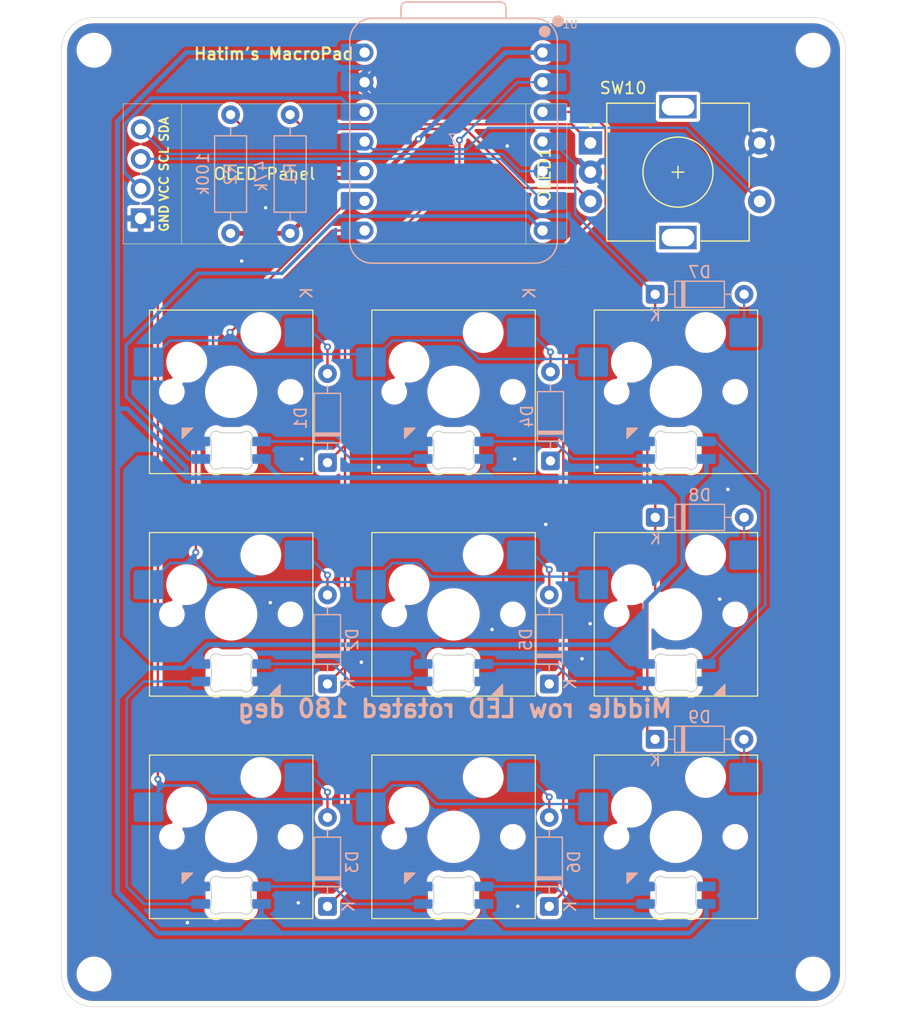
<source format=kicad_pcb>
(kicad_pcb (version 20241229) (generator "pcbnew") (generator_version "9.0")
  (layers (0 "F.Cu" signal) (2 "B.Cu" signal) (13 "F.Paste" user) (15 "B.Paste" user) (5 "F.SilkS" user "F.Silkscreen") (7 "B.SilkS" user "B.Silkscreen") (1 "F.Mask" user) (3 "B.Mask" user) (25 "Edge.Cuts" user))
  (net 0 "")
  (net 1 "C1")
  (net 2 "C2")
  (net 3 "C3")
  (net 4 "GND")
  (net 5 "+5V")
  (net 6 "Net-(OLED1-SCL)")
  (net 7 "Net-(D1-A)")
  (net 8 "R1")
  (net 9 "Net-(D2-A)")
  (net 10 "Net-(D3-A)")
  (net 11 "Net-(D4-A)")
  (net 12 "R2")
  (net 13 "Net-(D5-A)")
  (net 14 "Net-(D6-A)")
  (net 15 "Net-(D7-A)")
  (net 16 "R3")
  (net 17 "Net-(D8-A)")
  (net 18 "Net-(D9-A)")
  (net 19 "B")
  (net 20 "Net-(OLED1-SDA)")
  (net 21 "A")
  (net 22 "Net-(D10-DOUT)")
  (net 23 "LED")
  (net 24 "Net-(D11-DOUT)")
  (net 25 "Net-(D12-DOUT)")
  (net 26 "Net-(D13-DOUT)")
  (net 27 "Net-(D14-DOUT)")
  (net 28 "Net-(D15-DOUT)")
  (net 29 "Net-(D16-DOUT)")
  (net 30 "Net-(D17-DOUT)")
  (net 31 "+3V3")
  (net 32 "Net-(U1-GPIO3{slash}MOSI)")
  (net 33 "Net-(U1-GPIO26{slash}ADC0{slash}A0)")
  (footprint "MountingHole:MountingHole_2.5mm" (layer "F.Cu") (at 202.1 33.9)
    (property "Reference" "REF**" (hide yes))
    (property "Value" "MountingHole_2.5mm")
  )
  (footprint "miniled:MX_SK6812MINI-E_REV" (layer "F.Cu") (at 171.3 106.25)
    (property "Reference" "D17" (hide yes))
    (property "Value" "SK6812MINI")
    (fp_line (start -1.699999 0.702842) (end -1.699999 -0.702842) (stroke (width 0.1)) (layer "Edge.Cuts"))
    (fp_line (start -0.794452 -1.5) (end 0.794452 -1.5) (stroke (width 0.1)) (layer "Edge.Cuts"))
    (fp_line (start 0.794452 1.499999) (end -0.794453 1.499999) (stroke (width 0.1)) (layer "Edge.Cuts"))
    (fp_line (start 1.699999 -0.702842) (end 1.699999 0.702842) (stroke (width 0.1)) (layer "Edge.Cuts"))
    (fp_arc (start -1.749484 -0.91972) (mid -1.712527 -0.814068) (end -1.699999 -0.702842) (stroke (width 0.1)) (layer "Edge.Cuts"))
    (fp_arc (start -1.749484 -0.919719) (mid -1.638072 -1.504035) (end -1.046711 -1.568299) (stroke (width 0.1)) (layer "Edge.Cuts"))
    (fp_arc (start -1.699999 0.702843) (mid -1.712527 0.814068) (end -1.749484 0.91972) (stroke (width 0.1)) (layer "Edge.Cuts"))
    (fp_arc (start -1.046711 1.568298) (mid -1.638071 1.504034) (end -1.749484 0.91972) (stroke (width 0.1)) (layer "Edge.Cuts"))
    (fp_arc (start -1.046711 1.568298) (mid -0.925123 1.517376) (end -0.794453 1.499999) (stroke (width 0.1)) (layer "Edge.Cuts"))
    (fp_arc (start -0.794452 -1.5) (mid -0.925123 -1.517377) (end -1.046711 -1.568299) (stroke (width 0.1)) (layer "Edge.Cuts"))
    (fp_arc (start 0.794453 1.5) (mid 0.925123 1.517377) (end 1.046711 1.568299) (stroke (width 0.1)) (layer "Edge.Cuts"))
    (fp_arc (start 1.04671 -1.568299) (mid 0.925122 -1.517377) (end 0.794452 -1.5) (stroke (width 0.1)) (layer "Edge.Cuts"))
    (fp_arc (start 1.046711 -1.568297) (mid 1.63807 -1.504034) (end 1.749484 -0.91972) (stroke (width 0.1)) (layer "Edge.Cuts"))
    (fp_arc (start 1.699999 -0.702843) (mid 1.712527 -0.814068) (end 1.749484 -0.91972) (stroke (width 0.1)) (layer "Edge.Cuts"))
    (fp_arc (start 1.749484 0.91972) (mid 1.638071 1.504035) (end 1.046711 1.568299) (stroke (width 0.1)) (layer "Edge.Cuts"))
    (fp_arc (start 1.749484 0.91972) (mid 1.712527 0.814068) (end 1.699999 0.702842) (stroke (width 0.1)) (layer "Edge.Cuts"))
  )
  (footprint "miniled:MX_SK6812MINI-E_REV" (layer "F.Cu") (at 152.25 106.25)
    (property "Reference" "D16" (hide yes))
    (property "Value" "SK6812MINI")
    (fp_line (start -1.699999 0.702842) (end -1.699999 -0.702842) (stroke (width 0.1)) (layer "Edge.Cuts"))
    (fp_line (start -0.794452 -1.5) (end 0.794452 -1.5) (stroke (width 0.1)) (layer "Edge.Cuts"))
    (fp_line (start 0.794452 1.499999) (end -0.794453 1.499999) (stroke (width 0.1)) (layer "Edge.Cuts"))
    (fp_line (start 1.699999 -0.702842) (end 1.699999 0.702842) (stroke (width 0.1)) (layer "Edge.Cuts"))
    (fp_arc (start -1.749484 -0.91972) (mid -1.712527 -0.814068) (end -1.699999 -0.702842) (stroke (width 0.1)) (layer "Edge.Cuts"))
    (fp_arc (start -1.749484 -0.919719) (mid -1.638072 -1.504035) (end -1.046711 -1.568299) (stroke (width 0.1)) (layer "Edge.Cuts"))
    (fp_arc (start -1.699999 0.702843) (mid -1.712527 0.814068) (end -1.749484 0.91972) (stroke (width 0.1)) (layer "Edge.Cuts"))
    (fp_arc (start -1.046711 1.568298) (mid -1.638071 1.504034) (end -1.749484 0.91972) (stroke (width 0.1)) (layer "Edge.Cuts"))
    (fp_arc (start -1.046711 1.568298) (mid -0.925123 1.517376) (end -0.794453 1.499999) (stroke (width 0.1)) (layer "Edge.Cuts"))
    (fp_arc (start -0.794452 -1.5) (mid -0.925123 -1.517377) (end -1.046711 -1.568299) (stroke (width 0.1)) (layer "Edge.Cuts"))
    (fp_arc (start 0.794453 1.5) (mid 0.925123 1.517377) (end 1.046711 1.568299) (stroke (width 0.1)) (layer "Edge.Cuts"))
    (fp_arc (start 1.04671 -1.568299) (mid 0.925122 -1.517377) (end 0.794452 -1.5) (stroke (width 0.1)) (layer "Edge.Cuts"))
    (fp_arc (start 1.046711 -1.568297) (mid 1.63807 -1.504034) (end 1.749484 -0.91972) (stroke (width 0.1)) (layer "Edge.Cuts"))
    (fp_arc (start 1.699999 -0.702843) (mid 1.712527 -0.814068) (end 1.749484 -0.91972) (stroke (width 0.1)) (layer "Edge.Cuts"))
    (fp_arc (start 1.749484 0.91972) (mid 1.638071 1.504035) (end 1.046711 1.568299) (stroke (width 0.1)) (layer "Edge.Cuts"))
    (fp_arc (start 1.749484 0.91972) (mid 1.712527 0.814068) (end 1.699999 0.702842) (stroke (width 0.1)) (layer "Edge.Cuts"))
  )
  (footprint "miniled:MX_SK6812MINI-E_REV" (layer "F.Cu") (at 190.35 87.2 180)
    (property "Reference" "D13" (hide yes))
    (property "Value" "SK6812MINI")
    (fp_line (start 1.699999 -0.702842) (end 1.699999 0.702842) (stroke (width 0.1)) (layer "Edge.Cuts"))
    (fp_line (start 0.794452 1.499999) (end -0.794453 1.499999) (stroke (width 0.1)) (layer "Edge.Cuts"))
    (fp_line (start -0.794452 -1.5) (end 0.794452 -1.5) (stroke (width 0.1)) (layer "Edge.Cuts"))
    (fp_line (start -1.699999 0.702842) (end -1.699999 -0.702842) (stroke (width 0.1)) (layer "Edge.Cuts"))
    (fp_arc (start 1.749484 0.91972) (mid 1.712527 0.814068) (end 1.699999 0.702842) (stroke (width 0.1)) (layer "Edge.Cuts"))
    (fp_arc (start 1.749484 0.91972) (mid 1.638071 1.504035) (end 1.046711 1.568299) (stroke (width 0.1)) (layer "Edge.Cuts"))
    (fp_arc (start 1.699999 -0.702843) (mid 1.712527 -0.814068) (end 1.749484 -0.91972) (stroke (width 0.1)) (layer "Edge.Cuts"))
    (fp_arc (start 1.046711 -1.568297) (mid 1.63807 -1.504034) (end 1.749484 -0.91972) (stroke (width 0.1)) (layer "Edge.Cuts"))
    (fp_arc (start 1.04671 -1.568299) (mid 0.925122 -1.517377) (end 0.794452 -1.5) (stroke (width 0.1)) (layer "Edge.Cuts"))
    (fp_arc (start 0.794453 1.5) (mid 0.925123 1.517377) (end 1.046711 1.568299) (stroke (width 0.1)) (layer "Edge.Cuts"))
    (fp_arc (start -0.794452 -1.5) (mid -0.925123 -1.517377) (end -1.046711 -1.568299) (stroke (width 0.1)) (layer "Edge.Cuts"))
    (fp_arc (start -1.046711 1.568298) (mid -0.925123 1.517376) (end -0.794453 1.499999) (stroke (width 0.1)) (layer "Edge.Cuts"))
    (fp_arc (start -1.046711 1.568298) (mid -1.638071 1.504034) (end -1.749484 0.91972) (stroke (width 0.1)) (layer "Edge.Cuts"))
    (fp_arc (start -1.699999 0.702843) (mid -1.712527 0.814068) (end -1.749484 0.91972) (stroke (width 0.1)) (layer "Edge.Cuts"))
    (fp_arc (start -1.749484 -0.919719) (mid -1.638072 -1.504035) (end -1.046711 -1.568299) (stroke (width 0.1)) (layer "Edge.Cuts"))
    (fp_arc (start -1.749484 -0.91972) (mid -1.712527 -0.814068) (end -1.699999 -0.702842) (stroke (width 0.1)) (layer "Edge.Cuts"))
  )
  (footprint "miniled:MX_SK6812MINI-E_REV" (layer "F.Cu") (at 171.3 68.15)
    (property "Reference" "D11" (hide yes))
    (property "Value" "SK6812MINI")
    (fp_line (start -1.699999 0.702842) (end -1.699999 -0.702842) (stroke (width 0.1)) (layer "Edge.Cuts"))
    (fp_line (start -0.794452 -1.5) (end 0.794452 -1.5) (stroke (width 0.1)) (layer "Edge.Cuts"))
    (fp_line (start 0.794452 1.499999) (end -0.794453 1.499999) (stroke (width 0.1)) (layer "Edge.Cuts"))
    (fp_line (start 1.699999 -0.702842) (end 1.699999 0.702842) (stroke (width 0.1)) (layer "Edge.Cuts"))
    (fp_arc (start -1.749484 -0.91972) (mid -1.712527 -0.814068) (end -1.699999 -0.702842) (stroke (width 0.1)) (layer "Edge.Cuts"))
    (fp_arc (start -1.749484 -0.919719) (mid -1.638072 -1.504035) (end -1.046711 -1.568299) (stroke (width 0.1)) (layer "Edge.Cuts"))
    (fp_arc (start -1.699999 0.702843) (mid -1.712527 0.814068) (end -1.749484 0.91972) (stroke (width 0.1)) (layer "Edge.Cuts"))
    (fp_arc (start -1.046711 1.568298) (mid -1.638071 1.504034) (end -1.749484 0.91972) (stroke (width 0.1)) (layer "Edge.Cuts"))
    (fp_arc (start -1.046711 1.568298) (mid -0.925123 1.517376) (end -0.794453 1.499999) (stroke (width 0.1)) (layer "Edge.Cuts"))
    (fp_arc (start -0.794452 -1.5) (mid -0.925123 -1.517377) (end -1.046711 -1.568299) (stroke (width 0.1)) (layer "Edge.Cuts"))
    (fp_arc (start 0.794453 1.5) (mid 0.925123 1.517377) (end 1.046711 1.568299) (stroke (width 0.1)) (layer "Edge.Cuts"))
    (fp_arc (start 1.04671 -1.568299) (mid 0.925122 -1.517377) (end 0.794452 -1.5) (stroke (width 0.1)) (layer "Edge.Cuts"))
    (fp_arc (start 1.046711 -1.568297) (mid 1.63807 -1.504034) (end 1.749484 -0.91972) (stroke (width 0.1)) (layer "Edge.Cuts"))
    (fp_arc (start 1.699999 -0.702843) (mid 1.712527 -0.814068) (end 1.749484 -0.91972) (stroke (width 0.1)) (layer "Edge.Cuts"))
    (fp_arc (start 1.749484 0.91972) (mid 1.638071 1.504035) (end 1.046711 1.568299) (stroke (width 0.1)) (layer "Edge.Cuts"))
    (fp_arc (start 1.749484 0.91972) (mid 1.712527 0.814068) (end 1.699999 0.702842) (stroke (width 0.1)) (layer "Edge.Cuts"))
  )
  (footprint "miniled:MX_SK6812MINI-E_REV" (layer "F.Cu") (at 152.25 87.2 180)
    (property "Reference" "D15" (hide yes))
    (property "Value" "SK6812MINI")
    (fp_line (start 1.699999 -0.702842) (end 1.699999 0.702842) (stroke (width 0.1)) (layer "Edge.Cuts"))
    (fp_line (start 0.794452 1.499999) (end -0.794453 1.499999) (stroke (width 0.1)) (layer "Edge.Cuts"))
    (fp_line (start -0.794452 -1.5) (end 0.794452 -1.5) (stroke (width 0.1)) (layer "Edge.Cuts"))
    (fp_line (start -1.699999 0.702842) (end -1.699999 -0.702842) (stroke (width 0.1)) (layer "Edge.Cuts"))
    (fp_arc (start 1.749484 0.91972) (mid 1.712527 0.814068) (end 1.699999 0.702842) (stroke (width 0.1)) (layer "Edge.Cuts"))
    (fp_arc (start 1.749484 0.91972) (mid 1.638071 1.504035) (end 1.046711 1.568299) (stroke (width 0.1)) (layer "Edge.Cuts"))
    (fp_arc (start 1.699999 -0.702843) (mid 1.712527 -0.814068) (end 1.749484 -0.91972) (stroke (width 0.1)) (layer "Edge.Cuts"))
    (fp_arc (start 1.046711 -1.568297) (mid 1.63807 -1.504034) (end 1.749484 -0.91972) (stroke (width 0.1)) (layer "Edge.Cuts"))
    (fp_arc (start 1.04671 -1.568299) (mid 0.925122 -1.517377) (end 0.794452 -1.5) (stroke (width 0.1)) (layer "Edge.Cuts"))
    (fp_arc (start 0.794453 1.5) (mid 0.925123 1.517377) (end 1.046711 1.568299) (stroke (width 0.1)) (layer "Edge.Cuts"))
    (fp_arc (start -0.794452 -1.5) (mid -0.925123 -1.517377) (end -1.046711 -1.568299) (stroke (width 0.1)) (layer "Edge.Cuts"))
    (fp_arc (start -1.046711 1.568298) (mid -0.925123 1.517376) (end -0.794453 1.499999) (stroke (width 0.1)) (layer "Edge.Cuts"))
    (fp_arc (start -1.046711 1.568298) (mid -1.638071 1.504034) (end -1.749484 0.91972) (stroke (width 0.1)) (layer "Edge.Cuts"))
    (fp_arc (start -1.699999 0.702843) (mid -1.712527 0.814068) (end -1.749484 0.91972) (stroke (width 0.1)) (layer "Edge.Cuts"))
    (fp_arc (start -1.749484 -0.919719) (mid -1.638072 -1.504035) (end -1.046711 -1.568299) (stroke (width 0.1)) (layer "Edge.Cuts"))
    (fp_arc (start -1.749484 -0.91972) (mid -1.712527 -0.814068) (end -1.699999 -0.702842) (stroke (width 0.1)) (layer "Edge.Cuts"))
  )
  (footprint "miniled:MX_SK6812MINI-E_REV" (layer "F.Cu") (at 152.25 68.15)
    (property "Reference" "D10" (hide yes))
    (property "Value" "SK6812MINI")
    (fp_line (start -1.699999 0.702842) (end -1.699999 -0.702842) (stroke (width 0.1)) (layer "Edge.Cuts"))
    (fp_line (start -0.794452 -1.5) (end 0.794452 -1.5) (stroke (width 0.1)) (layer "Edge.Cuts"))
    (fp_line (start 0.794452 1.499999) (end -0.794453 1.499999) (stroke (width 0.1)) (layer "Edge.Cuts"))
    (fp_line (start 1.699999 -0.702842) (end 1.699999 0.702842) (stroke (width 0.1)) (layer "Edge.Cuts"))
    (fp_arc (start -1.749484 -0.91972) (mid -1.712527 -0.814068) (end -1.699999 -0.702842) (stroke (width 0.1)) (layer "Edge.Cuts"))
    (fp_arc (start -1.749484 -0.919719) (mid -1.638072 -1.504035) (end -1.046711 -1.568299) (stroke (width 0.1)) (layer "Edge.Cuts"))
    (fp_arc (start -1.699999 0.702843) (mid -1.712527 0.814068) (end -1.749484 0.91972) (stroke (width 0.1)) (layer "Edge.Cuts"))
    (fp_arc (start -1.046711 1.568298) (mid -1.638071 1.504034) (end -1.749484 0.91972) (stroke (width 0.1)) (layer "Edge.Cuts"))
    (fp_arc (start -1.046711 1.568298) (mid -0.925123 1.517376) (end -0.794453 1.499999) (stroke (width 0.1)) (layer "Edge.Cuts"))
    (fp_arc (start -0.794452 -1.5) (mid -0.925123 -1.517377) (end -1.046711 -1.568299) (stroke (width 0.1)) (layer "Edge.Cuts"))
    (fp_arc (start 0.794453 1.5) (mid 0.925123 1.517377) (end 1.046711 1.568299) (stroke (width 0.1)) (layer "Edge.Cuts"))
    (fp_arc (start 1.04671 -1.568299) (mid 0.925122 -1.517377) (end 0.794452 -1.5) (stroke (width 0.1)) (layer "Edge.Cuts"))
    (fp_arc (start 1.046711 -1.568297) (mid 1.63807 -1.504034) (end 1.749484 -0.91972) (stroke (width 0.1)) (layer "Edge.Cuts"))
    (fp_arc (start 1.699999 -0.702843) (mid 1.712527 -0.814068) (end 1.749484 -0.91972) (stroke (width 0.1)) (layer "Edge.Cuts"))
    (fp_arc (start 1.749484 0.91972) (mid 1.638071 1.504035) (end 1.046711 1.568299) (stroke (width 0.1)) (layer "Edge.Cuts"))
    (fp_arc (start 1.749484 0.91972) (mid 1.712527 0.814068) (end 1.699999 0.702842) (stroke (width 0.1)) (layer "Edge.Cuts"))
  )
  (footprint "MountingHole:MountingHole_2.5mm" (layer "F.Cu") (at 140.5 113)
    (property "Reference" "REF**" (hide yes))
    (property "Value" "MountingHole_2.5mm")
  )
  (footprint "MountingHole:MountingHole_2.5mm" (layer "F.Cu") (at 202.1 113)
    (property "Reference" "REF**" (hide yes))
    (property "Value" "MountingHole_2.5mm")
  )
  (footprint "miniled:MX_SK6812MINI-E_REV" (layer "F.Cu") (at 190.35 68.15)
    (property "Reference" "D12" (hide yes))
    (property "Value" "SK6812MINI")
    (fp_line (start -1.699999 0.702842) (end -1.699999 -0.702842) (stroke (width 0.1)) (layer "Edge.Cuts"))
    (fp_line (start -0.794452 -1.5) (end 0.794452 -1.5) (stroke (width 0.1)) (layer "Edge.Cuts"))
    (fp_line (start 0.794452 1.499999) (end -0.794453 1.499999) (stroke (width 0.1)) (layer "Edge.Cuts"))
    (fp_line (start 1.699999 -0.702842) (end 1.699999 0.702842) (stroke (width 0.1)) (layer "Edge.Cuts"))
    (fp_arc (start -1.749484 -0.91972) (mid -1.712527 -0.814068) (end -1.699999 -0.702842) (stroke (width 0.1)) (layer "Edge.Cuts"))
    (fp_arc (start -1.749484 -0.919719) (mid -1.638072 -1.504035) (end -1.046711 -1.568299) (stroke (width 0.1)) (layer "Edge.Cuts"))
    (fp_arc (start -1.699999 0.702843) (mid -1.712527 0.814068) (end -1.749484 0.91972) (stroke (width 0.1)) (layer "Edge.Cuts"))
    (fp_arc (start -1.046711 1.568298) (mid -1.638071 1.504034) (end -1.749484 0.91972) (stroke (width 0.1)) (layer "Edge.Cuts"))
    (fp_arc (start -1.046711 1.568298) (mid -0.925123 1.517376) (end -0.794453 1.499999) (stroke (width 0.1)) (layer "Edge.Cuts"))
    (fp_arc (start -0.794452 -1.5) (mid -0.925123 -1.517377) (end -1.046711 -1.568299) (stroke (width 0.1)) (layer "Edge.Cuts"))
    (fp_arc (start 0.794453 1.5) (mid 0.925123 1.517377) (end 1.046711 1.568299) (stroke (width 0.1)) (layer "Edge.Cuts"))
    (fp_arc (start 1.04671 -1.568299) (mid 0.925122 -1.517377) (end 0.794452 -1.5) (stroke (width 0.1)) (layer "Edge.Cuts"))
    (fp_arc (start 1.046711 -1.568297) (mid 1.63807 -1.504034) (end 1.749484 -0.91972) (stroke (width 0.1)) (layer "Edge.Cuts"))
    (fp_arc (start 1.699999 -0.702843) (mid 1.712527 -0.814068) (end 1.749484 -0.91972) (stroke (width 0.1)) (layer "Edge.Cuts"))
    (fp_arc (start 1.749484 0.91972) (mid 1.638071 1.504035) (end 1.046711 1.568299) (stroke (width 0.1)) (layer "Edge.Cuts"))
    (fp_arc (start 1.749484 0.91972) (mid 1.712527 0.814068) (end 1.699999 0.702842) (stroke (width 0.1)) (layer "Edge.Cuts"))
  )
  (footprint "Rotary_Encoder:RotaryEncoder_Alps_EC11E-Switch_Vertical_H20mm" (layer "F.Cu") (at 183.025 41.8375)
    (property "Reference" "SW10")
    (property "Value" "RotaryEncoder_Switch")
  )
  (footprint "MountingHole:MountingHole_2.5mm" (layer "F.Cu") (at 140.5 33.9)
    (property "Reference" "REF**" (hide yes))
    (property "Value" "MountingHole_2.5mm")
  )
  (footprint "miniled:MX_SK6812MINI-E_REV" (layer "F.Cu") (at 190.35 106.25)
    (property "Reference" "D18" (hide yes))
    (property "Value" "SK6812MINI")
    (fp_line (start -1.699999 0.702842) (end -1.699999 -0.702842) (stroke (width 0.1)) (layer "Edge.Cuts"))
    (fp_line (start -0.794452 -1.5) (end 0.794452 -1.5) (stroke (width 0.1)) (layer "Edge.Cuts"))
    (fp_line (start 0.794452 1.499999) (end -0.794453 1.499999) (stroke (width 0.1)) (layer "Edge.Cuts"))
    (fp_line (start 1.699999 -0.702842) (end 1.699999 0.702842) (stroke (width 0.1)) (layer "Edge.Cuts"))
    (fp_arc (start -1.749484 -0.91972) (mid -1.712527 -0.814068) (end -1.699999 -0.702842) (stroke (width 0.1)) (layer "Edge.Cuts"))
    (fp_arc (start -1.749484 -0.919719) (mid -1.638072 -1.504035) (end -1.046711 -1.568299) (stroke (width 0.1)) (layer "Edge.Cuts"))
    (fp_arc (start -1.699999 0.702843) (mid -1.712527 0.814068) (end -1.749484 0.91972) (stroke (width 0.1)) (layer "Edge.Cuts"))
    (fp_arc (start -1.046711 1.568298) (mid -1.638071 1.504034) (end -1.749484 0.91972) (stroke (width 0.1)) (layer "Edge.Cuts"))
    (fp_arc (start -1.046711 1.568298) (mid -0.925123 1.517376) (end -0.794453 1.499999) (stroke (width 0.1)) (layer "Edge.Cuts"))
    (fp_arc (start -0.794452 -1.5) (mid -0.925123 -1.517377) (end -1.046711 -1.568299) (stroke (width 0.1)) (layer "Edge.Cuts"))
    (fp_arc (start 0.794453 1.5) (mid 0.925123 1.517377) (end 1.046711 1.568299) (stroke (width 0.1)) (layer "Edge.Cuts"))
    (fp_arc (start 1.04671 -1.568299) (mid 0.925122 -1.517377) (end 0.794452 -1.5) (stroke (width 0.1)) (layer "Edge.Cuts"))
    (fp_arc (start 1.046711 -1.568297) (mid 1.63807 -1.504034) (end 1.749484 -0.91972) (stroke (width 0.1)) (layer "Edge.Cuts"))
    (fp_arc (start 1.699999 -0.702843) (mid 1.712527 -0.814068) (end 1.749484 -0.91972) (stroke (width 0.1)) (layer "Edge.Cuts"))
    (fp_arc (start 1.749484 0.91972) (mid 1.638071 1.504035) (end 1.046711 1.568299) (stroke (width 0.1)) (layer "Edge.Cuts"))
    (fp_arc (start 1.749484 0.91972) (mid 1.712527 0.814068) (end 1.699999 0.702842) (stroke (width 0.1)) (layer "Edge.Cuts"))
  )
  (footprint "OLED:SSD1306-0.91-OLED-4pin-128x32" (layer "F.Cu") (at 181 50.485 180)
    (property "Reference" "OLED1")
    (property "Value" "~")
  )
  (footprint "miniled:MX_SK6812MINI-E_REV" (layer "F.Cu") (at 171.3 87.2 180)
    (property "Reference" "D14" (hide yes))
    (property "Value" "SK6812MINI")
    (fp_line (start 1.699999 -0.702842) (end 1.699999 0.702842) (stroke (width 0.1)) (layer "Edge.Cuts"))
    (fp_line (start 0.794452 1.499999) (end -0.794453 1.499999) (stroke (width 0.1)) (layer "Edge.Cuts"))
    (fp_line (start -0.794452 -1.5) (end 0.794452 -1.5) (stroke (width 0.1)) (layer "Edge.Cuts"))
    (fp_line (start -1.699999 0.702842) (end -1.699999 -0.702842) (stroke (width 0.1)) (layer "Edge.Cuts"))
    (fp_arc (start 1.749484 0.91972) (mid 1.712527 0.814068) (end 1.699999 0.702842) (stroke (width 0.1)) (layer "Edge.Cuts"))
    (fp_arc (start 1.749484 0.91972) (mid 1.638071 1.504035) (end 1.046711 1.568299) (stroke (width 0.1)) (layer "Edge.Cuts"))
    (fp_arc (start 1.699999 -0.702843) (mid 1.712527 -0.814068) (end 1.749484 -0.91972) (stroke (width 0.1)) (layer "Edge.Cuts"))
    (fp_arc (start 1.046711 -1.568297) (mid 1.63807 -1.504034) (end 1.749484 -0.91972) (stroke (width 0.1)) (layer "Edge.Cuts"))
    (fp_arc (start 1.04671 -1.568299) (mid 0.925122 -1.517377) (end 0.794452 -1.5) (stroke (width 0.1)) (layer "Edge.Cuts"))
    (fp_arc (start 0.794453 1.5) (mid 0.925123 1.517377) (end 1.046711 1.568299) (stroke (width 0.1)) (layer "Edge.Cuts"))
    (fp_arc (start -0.794452 -1.5) (mid -0.925123 -1.517377) (end -1.046711 -1.568299) (stroke (width 0.1)) (layer "Edge.Cuts"))
    (fp_arc (start -1.046711 1.568298) (mid -0.925123 1.517376) (end -0.794453 1.499999) (stroke (width 0.1)) (layer "Edge.Cuts"))
    (fp_arc (start -1.046711 1.568298) (mid -1.638071 1.504034) (end -1.749484 0.91972) (stroke (width 0.1)) (layer "Edge.Cuts"))
    (fp_arc (start -1.699999 0.702843) (mid -1.712527 0.814068) (end -1.749484 0.91972) (stroke (width 0.1)) (layer "Edge.Cuts"))
    (fp_arc (start -1.749484 -0.919719) (mid -1.638072 -1.504035) (end -1.046711 -1.568299) (stroke (width 0.1)) (layer "Edge.Cuts"))
    (fp_arc (start -1.749484 -0.91972) (mid -1.712527 -0.814068) (end -1.699999 -0.702842) (stroke (width 0.1)) (layer "Edge.Cuts"))
  )
  (footprint "Diode_THT:D_DO-35_SOD27_P7.62mm_Horizontal" (layer "B.Cu") (at 160.5 88.16 90)
    (property "Reference" "D2")
    (property "Value" "1N4148")
  )
  (footprint "mx:MX-Hotswap-1U" (layer "B.Cu") (at 171.3 101.25 180)
    (property "Reference" "SW6")
    (property "Value" "SW_Push")
  )
  (footprint "Diode_THT:D_DO-35_SOD27_P7.62mm_Horizontal" (layer "B.Cu") (at 188.57 54.8)
    (property "Reference" "D7")
    (property "Value" "1N4148")
  )
  (footprint "Diode_THT:D_DO-35_SOD27_P7.62mm_Horizontal" (layer "B.Cu") (at 179.5 88.16 90)
    (property "Reference" "D5")
    (property "Value" "1N4148")
  )
  (footprint "Diode_THT:D_DO-35_SOD27_P7.62mm_Horizontal" (layer "B.Cu") (at 160.5 69.21 90)
    (property "Reference" "D1")
    (property "Value" "1N4148")
  )
  (footprint "mx:MX-Hotswap-1U" (layer "B.Cu") (at 190.35 101.25 180)
    (property "Reference" "SW9")
    (property "Value" "SW_Push")
  )
  (footprint "OPL:XIAO-RP2040-DIP" (layer "B.Cu") (at 171.3 41.71875 180)
    (property "Reference" "U1")
    (property "Value" "XIAO-RP2040-DIP")
  )
  (footprint "mx:MX-Hotswap-1U" (layer "B.Cu") (at 152.25 101.25 180)
    (property "Reference" "SW3")
    (property "Value" "SW_Push")
  )
  (footprint "mx:MX-Hotswap-1U" (layer "B.Cu") (at 190.35 63.15 180)
    (property "Reference" "SW7")
    (property "Value" "SW_Push")
  )
  (footprint "mx:MX-Hotswap-1U" (layer "B.Cu") (at 152.25 63.15 180)
    (property "Reference" "SW1")
    (property "Value" "SW_Push")
  )
  (footprint "Resistor_THT:R_Axial_DIN0207_L6.3mm_D2.5mm_P10.16mm_Horizontal" (layer "B.Cu") (at 152.2 49.58 90)
    (property "Reference" "R2")
    (property "Value" "100k")
  )
  (footprint "Diode_THT:D_DO-35_SOD27_P7.62mm_Horizontal" (layer "B.Cu") (at 188.56 92.9)
    (property "Reference" "D9")
    (property "Value" "1N4148")
  )
  (footprint "Resistor_THT:R_Axial_DIN0207_L6.3mm_D2.5mm_P10.16mm_Horizontal" (layer "B.Cu") (at 157.3 39.42 -90)
    (property "Reference" "R1")
    (property "Value" "47k")
  )
  (footprint "mx:MX-Hotswap-1U" (layer "B.Cu") (at 171.3 82.2 180)
    (property "Reference" "SW5")
    (property "Value" "SW_Push")
  )
  (footprint "Diode_THT:D_DO-35_SOD27_P7.62mm_Horizontal" (layer "B.Cu") (at 179.5 107.21 90)
    (property "Reference" "D6")
    (property "Value" "1N4148")
  )
  (footprint "Diode_THT:D_DO-35_SOD27_P7.62mm_Horizontal" (layer "B.Cu") (at 179.6 69.06 90)
    (property "Reference" "D4")
    (property "Value" "1N4148")
  )
  (footprint "mx:MX-Hotswap-1U" (layer "B.Cu") (at 152.25 82.2 180)
    (property "Reference" "SW2")
    (property "Value" "SW_Push")
  )
  (footprint "mx:MX-Hotswap-1U" (layer "B.Cu") (at 171.3 63.15 180)
    (property "Reference" "SW4")
    (property "Value" "SW_Push")
  )
  (footprint "Diode_THT:D_DO-35_SOD27_P7.62mm_Horizontal" (layer "B.Cu") (at 160.5 107.21 90)
    (property "Reference" "D3")
    (property "Value" "1N4148")
  )
  (footprint "mx:MX-Hotswap-1U" (layer "B.Cu") (at 190.35 82.2 180)
    (property "Reference" "SW8")
    (property "Value" "SW_Push")
  )
  (footprint "Diode_THT:D_DO-35_SOD27_P7.62mm_Horizontal" (layer "B.Cu") (at 188.58 73.9)
    (property "Reference" "D8")
    (property "Value" "1N4148")
  )
  (gr_rect (start 183.35 56.15) (end 197.35 70.15) (stroke (width 0.1)) (fill no) (layer "F.SilkS"))
  (gr_rect (start 164.3 75.2) (end 178.3 89.2) (stroke (width 0.1)) (fill no) (layer "F.SilkS"))
  (gr_rect (start 164.3 56.15) (end 178.3 70.15) (stroke (width 0.1)) (fill no) (layer "F.SilkS"))
  (gr_rect (start 183.35 75.2) (end 197.35 89.2) (stroke (width 0.1)) (fill no) (layer "F.SilkS"))
  (gr_rect (start 164.3 94.25) (end 178.3 108.25) (stroke (width 0.1)) (fill no) (layer "F.SilkS"))
  (gr_rect (start 183.35 94.25) (end 197.35 108.25) (stroke (width 0.1)) (fill no) (layer "F.SilkS"))
  (gr_rect (start 145.25 56.15) (end 159.25 70.15) (stroke (width 0.1)) (fill no) (layer "F.SilkS"))
  (gr_rect (start 145.25 94.25) (end 159.25 108.25) (stroke (width 0.1)) (fill no) (layer "F.SilkS"))
  (gr_rect (start 145.25 75.2) (end 159.25 89.2) (stroke (width 0.1)) (fill no) (layer "F.SilkS"))
  (gr_arc (start 137.7 33.85) (mid 138.505456 31.905456) (end 140.45 31.1) (stroke (width 0.05)) (layer "Edge.Cuts"))
  (gr_arc (start 202.15 31.1) (mid 204.094544 31.905456) (end 204.9 33.85) (stroke (width 0.05)) (layer "Edge.Cuts"))
  (gr_line (start 140.45 31.1) (end 202.15 31.1) (stroke (width 0.05)) (layer "Edge.Cuts"))
  (gr_line (start 204.9 33.85) (end 204.9 113.05) (stroke (width 0.05)) (layer "Edge.Cuts"))
  (gr_arc (start 140.45 115.8) (mid 138.505456 114.994544) (end 137.7 113.05) (stroke (width 0.05)) (layer "Edge.Cuts"))
  (gr_arc (start 204.9 113.05) (mid 204.094544 114.994544) (end 202.15 115.8) (stroke (width 0.05)) (layer "Edge.Cuts"))
  (gr_line (start 202.15 115.8) (end 140.45 115.8) (stroke (width 0.05)) (layer "Edge.Cuts"))
  (gr_line (start 137.7 113.05) (end 137.7 33.85) (stroke (width 0.05)) (layer "Edge.Cuts"))
  (gr_text "SDA" (at 146.5 40.675 90) (layer "F.SilkS") (effects (font (size 0.75 0.75))))
  (gr_text "VCC" (at 146.5 45.755 90) (layer "F.SilkS") (effects (font (size 0.75 0.75))))
  (gr_text "Hatim's MacroPad\n" (at 148.95 34.8 0) (layer "F.SilkS") (effects (font (size 1 1) (thickness 0.2) (bold yes)) (justify left bottom)))
  (gr_text "OLED Panel" (at 155.1 44.485 0) (layer "F.SilkS") (effects (font (size 1 1))))
  (gr_text "SCL" (at 146.5 43.215 90) (layer "F.SilkS") (effects (font (size 0.75 0.75))))
  (gr_text "GND" (at 146.5 48.295 90) (layer "F.SilkS") (effects (font (size 0.75 0.75))))
  (gr_text "Middle row LED rotated 180 deg" (at 190.175 91.15 0) (layer "B.SilkS") (effects (font (size 1.5 1.5) (thickness 0.3) (bold yes)) (justify left bottom mirror)))
  (gr_text "K" (at 177.8 54.69 90) (layer "B.SilkS") (effects (font (size 1 1)) (justify mirror)))
  (gr_text "K" (at 158.7 54.69 90) (layer "B.SilkS") (effects (font (size 1 1)) (justify mirror)))
  (gr_text "Z" (at 171.8 42.2 0) (layer "B.SilkS") (effects (font (size 1 1) (thickness 0.1)) (justify left bottom mirror)))
  (segment (start 162 86.66) (end 160.5 88.16) (width 0.2) (layer "F.Cu") (net 1))
  (segment (start 162 86.3) (end 162 67.8) (width 0.2) (layer "F.Cu") (net 1))
  (segment (start 162 86.3) (end 162 86.66) (width 0.2) (layer "F.Cu") (net 1))
  (segment (start 160.5 107.21) (end 162 105.71) (width 0.2) (layer "F.Cu") (net 1))
  (segment (start 162 54.1) (end 171.8 44.3) (width 0.2) (layer "F.Cu") (net 1))
  (segment (start 171.8 44.3) (end 171.8 41.6) (width 0.2) (layer "F.Cu") (net 1))
  (segment (start 161.91 67.8) (end 162 67.8) (width 0.2) (layer "F.Cu") (net 1))
  (segment (start 160.5 69.21) (end 161.91 67.8) (width 0.2) (layer "F.Cu") (net 1))
  (segment (start 162 67.8) (end 162 54.1) (width 0.2) (layer "F.Cu") (net 1))
  (segment (start 162 105.71) (end 162 86.3) (width 0.2) (layer "F.Cu") (net 1))
  (via (at 171.8 41.6) (size 0.6) (drill 0.3) (layers "F.Cu" "B.Cu") (net 1))
  (segment (start 171.8 41.6) (end 176.76125 36.63875) (width 0.2) (layer "B.Cu") (net 1))
  (segment (start 176.76125 36.63875) (end 178.92 36.63875) (width 0.2) (layer "B.Cu") (net 1))
  (segment (start 180.701 106.009) (end 180.701 86.5) (width 0.2) (layer "F.Cu") (net 2))
  (segment (start 179.5 107.21) (end 180.701 106.009) (width 0.2) (layer "F.Cu") (net 2))
  (segment (start 180.701 86.959) (end 179.5 88.16) (width 0.2) (layer "F.Cu") (net 2))
  (segment (start 182.96825 39.17875) (end 178.92 39.17875) (width 0.2) (layer "F.Cu") (net 2))
  (segment (start 180.701 67.5) (end 180.701 67.959) (width 0.2) (layer "F.Cu") (net 2))
  (segment (start 180.701 86.5) (end 180.701 86.959) (width 0.2) (layer "F.Cu") (net 2))
  (segment (start 180.701 67.5) (end 180.701 51.001392) (width 0.2) (layer "F.Cu") (net 2))
  (segment (start 184.326 47.376392) (end 184.326 40.5365) (width 0.2) (layer "F.Cu") (net 2))
  (segment (start 180.701 86.5) (end 180.701 67.5) (width 0.2) (layer "F.Cu") (net 2))
  (segment (start 180.701 67.959) (end 179.6 69.06) (width 0.2) (layer "F.Cu") (net 2))
  (segment (start 184.326 40.5365) (end 182.96825 39.17875) (width 0.2) (layer "F.Cu") (net 2))
  (segment (start 180.701 51.001392) (end 184.326 47.376392) (width 0.2) (layer "F.Cu") (net 2))
  (segment (start 187.9 71.65) (end 187.9 62.1) (width 0.2) (layer "F.Cu") (net 3))
  (segment (start 188.58 80.42) (end 188.58 73.9) (width 0.2) (layer "F.Cu") (net 3))
  (segment (start 187.9 81.1) (end 188.58 80.42) (width 0.2) (layer "F.Cu") (net 3))
  (segment (start 187.9 92.24) (end 187.9 81.1) (width 0.2) (layer "F.Cu") (net 3))
  (segment (start 188.56 92.9) (end 187.9 92.24) (width 0.2) (layer "F.Cu") (net 3))
  (segment (start 188.58 73.9) (end 188.58 72.33) (width 0.2) (layer "F.Cu") (net 3))
  (segment (start 188.58 72.33) (end 187.9 71.65) (width 0.2) (layer "F.Cu") (net 3))
  (segment (start 187.9 62.1) (end 188.57 61.43) (width 0.2) (layer "F.Cu") (net 3))
  (segment (start 188.57 61.43) (end 188.57 54.8) (width 0.2) (layer "F.Cu") (net 3))
  (segment (start 181.724 47.954) (end 181.724 43.68775) (width 0.2) (layer "B.Cu") (net 3))
  (segment (start 188.57 54.8) (end 181.724 47.954) (width 0.2) (layer "B.Cu") (net 3))
  (segment (start 181.724 43.68775) (end 179.755 41.71875) (width 0.2) (layer "B.Cu") (net 3))
  (via (at 183.6 69.6) (size 0.6) (drill 0.3) (layers "F.Cu" "B.Cu") (net 4))
  (via (at 155.199825 47.391352) (size 0.6) (drill 0.3) (layers "F.Cu" "B.Cu") (net 4))
  (via (at 158 106.9) (size 0.6) (drill 0.3) (layers "F.Cu" "B.Cu") (net 4))
  (via (at 194.1 80.9) (size 0.6) (drill 0.3) (layers "F.Cu" "B.Cu") (net 4))
  (via (at 153.15 51.95) (size 0.6) (drill 0.3) (layers "F.Cu" "B.Cu") (net 4))
  (via (at 158.3 68.9) (size 0.6) (drill 0.3) (layers "F.Cu" "B.Cu") (net 4))
  (via (at 179.2 74.5) (size 0.6) (drill 0.3) (layers "F.Cu" "B.Cu") (net 4))
  (via (at 175.9 42.1) (size 0.6) (drill 0.3) (layers "F.Cu" "B.Cu") (net 4))
  (via (at 176.536111 68.901834) (size 0.6) (drill 0.3) (layers "F.Cu" "B.Cu") (net 4))
  (via (at 176.8 107.2) (size 0.6) (drill 0.3) (layers "F.Cu" "B.Cu") (net 4))
  (via (at 164.9 69.6) (size 0.6) (drill 0.3) (layers "F.Cu" "B.Cu") (net 4))
  (via (at 183 83) (size 0.6) (drill 0.3) (layers "F.Cu" "B.Cu") (net 4))
  (via (at 174.6 83.5) (size 0.6) (drill 0.3) (layers "F.Cu" "B.Cu") (net 4))
  (via (at 155.6 81.2) (size 0.6) (drill 0.3) (layers "F.Cu" "B.Cu") (net 4))
  (via (at 163.4 86.3) (size 0.6) (drill 0.3) (layers "F.Cu" "B.Cu") (net 4))
  (via (at 148.5 108.6) (size 0.6) (drill 0.3) (layers "F.Cu" "B.Cu") (net 4))
  (via (at 194.8 71.5) (size 0.6) (drill 0.3) (layers "F.Cu" "B.Cu") (net 4))
  (via (at 182.3 86) (size 0.6) (drill 0.3) (layers "F.Cu" "B.Cu") (net 4))
  (segment (start 142.5 89.4) (end 142.5 84.2) (width 0.4) (layer "B.Cu") (net 5))
  (segment (start 150.2 84.8) (end 149.65 85.35) (width 0.4) (layer "B.Cu") (net 5))
  (segment (start 165.65 84.8) (end 150.2 84.8) (width 0.4) (layer "B.Cu") (net 5))
  (segment (start 142.5 69.6) (end 142.5 84.2) (width 0.4) (layer "B.Cu") (net 5))
  (segment (start 142.5 64.6) (end 142.5 69.6) (width 0.4) (layer "B.Cu") (net 5))
  (segment (start 148.4 70.5) (end 146 68.1) (width 0.4) (layer "B.Cu") (net 5))
  (segment (start 189.378 70.5) (end 192.5 70.5) (width 0.4) (layer "B.Cu") (net 5))
  (segment (start 142.5 40) (end 142.5 64.6) (width 0.4) (layer "B.Cu") (net 5))
  (segment (start 173.9 69.8) (end 173.2 70.5) (width 0.4) (layer "B.Cu") (net 5))
  (segment (start 168.7 85.475) (end 169.375 84.8) (width 0.4) (layer "B.Cu") (net 5))
  (segment (start 148.2 86.8) (end 148.55 86.45) (width 0.4) (layer "B.Cu") (net 5))
  (segment (start 174.6 70.5) (end 176.35 70.5) (width 0.4) (layer "B.Cu") (net 5))
  (segment (start 187.75 81.8) (end 187.75 81.209131) (width 0.4) (layer "B.Cu") (net 5))
  (segment (start 156.5 109.5) (end 156.6 109.5) (width 0.4) (layer "B.Cu") (net 5))
  (segment (start 154 109.5) (end 157.35 109.5) (width 0.4) (layer "B.Cu") (net 5))
  (segment (start 192.5 70.5) (end 192.95 70.05) (width 0.4) (layer "B.Cu") (net 5))
  (segment (start 176.1 109.5) (end 191.5 109.5) (width 0.4) (layer "B.Cu") (net 5))
  (segment (start 157.35 109.5) (end 171.6 109.5) (width 0.4) (layer "B.Cu") (net 5))
  (segment (start 154.85 107.85) (end 154.85 107) (width 0.4) (layer "B.Cu") (net 5))
  (segment (start 173.9 69.8) (end 174.6 70.5) (width 0.4) (layer "B.Cu") (net 5))
  (segment (start 173.2 70.5) (end 173 70.5) (width 0.4) (layer "B.Cu") (net 5))
  (segment (start 156.45 70.5) (end 154.85 68.9) (width 0.4) (layer "B.Cu") (net 5))
  (segment (start 191.5 109.5) (end 192.95 108.05) (width 0.4) (layer "B.Cu") (net 5))
  (segment (start 192.95 108.05) (end 192.95 107) (width 0.4) (layer "B.Cu") (net 5))
  (segment (start 145.1 86.8) (end 142.5 89.4) (width 0.4) (layer "B.Cu") (net 5))
  (segment (start 153 109.5) (end 154 109.5) (width 0.4) (layer "B.Cu") (net 5))
  (segment (start 168.7 86.45) (end 168.7 85.475) (width 0.4) (layer "B.Cu") (net 5))
  (segment (start 187.75 83.5) (end 187.75 86.45) (width 0.4) (layer "B.Cu") (net 5))
  (segment (start 171.6 109.5) (end 172.9 109.5) (width 0.4) (layer "B.Cu") (net 5))
  (segment (start 148.55 86.45) (end 149.65 85.35) (width 0.4) (layer "B.Cu") (net 5))
  (segment (start 153.2 109.5) (end 153 109.5) (width 0.4) (layer "B.Cu") (net 5))
  (segment (start 165.65 84.8) (end 168.025 84.8) (width 0.4) (layer "B.Cu") (net 5))
  (segment (start 142.5 106) (end 146 109.5) (width 0.4) (layer "B.Cu") (net 5))
  (segment (start 190.939 72.061) (end 189.378 70.5) (width 0.4) (layer "B.Cu") (net 5))
  (segment (start 149.6 70.5) (end 148.4 70.5) (width 0.4) (layer "B.Cu") (net 5))
  (segment (start 148.40125 34.09875) (end 142.5 40) (width 0.4) (layer "B.Cu") (net 5))
  (segment (start 169.375 84.8) (end 165.65 84.8) (width 0.4) (layer "B.Cu") (net 5))
  (segment (start 144 68.1) (end 142.5 69.6) (width 0.4) (layer "B.Cu") (net 5))
  (segment (start 175.5 70.5) (end 173.2 70.5) (width 0.4) (layer "B.Cu") (net 5))
  (segment (start 184.75 84.8) (end 186.4 86.45) (width 0.4) (layer "B.Cu") (net 5))
  (segment (start 171.6 109.5) (end 172.3 109.5) (width 0.4) (layer "B.Cu") (net 5))
  (segment (start 148.55 86.45) (end 149.65 86.45) (width 0.4) (layer "B.Cu") (net 5))
  (segment (start 154.85 107.85) (end 153.2 109.5) (width 0.4) (layer "B.Cu") (net 5))
  (segment (start 190.939 78.020131) (end 190.939 72.061) (width 0.4) (layer "B.Cu") (net 5))
  (segment (start 185.4 70.5) (end 189.378 70.5) (width 0.4) (layer "B.Cu") (net 5))
  (segment (start 172.9 109.5) (end 176.1 109.5) (width 0.4) (layer "B.Cu") (net 5))
  (segment (start 190.939 72.061) (end 192.5 70.5) (width 0.4) (layer "B.Cu") (net 5))
  (segment (start 176.35 70.5) (end 175.5 70.5) (width 0.4) (layer "B.Cu") (net 5))
  (segment (start 173.9 107.9) (end 173.9 107) (width 0.4) (layer "B.Cu") (net 5))
  (segment (start 146 109.5) (end 153 109.5) (width 0.4) (layer "B.Cu") (net 5))
  (segment (start 176.1 109.5) (end 175.5 109.5) (width 0.4) (layer "B.Cu") (net 5))
  (segment (start 184.75 84.8) (end 169.375 84.8) (width 0.4) (layer "B.Cu") (net 5))
  (segment (start 146 68.1) (end 144 68.1) (width 0.4) (layer "B.Cu") (net 5))
  (segment (start 143.35 64.6) (end 142.5 64.6) (width 0.4) (layer "B.Cu") (net 5))
  (segment (start 187.75 81.8) (end 184.75 84.8) (width 0.4) (layer "B.Cu") (net 5))
  (segment (start 187.75 81.209131) (end 190.939 78.020131) (width 0.4) (layer "B.Cu") (net 5))
  (segment (start 173.9 68.9) (end 173.9 69.8) (width 0.4) (layer "B.Cu") (net 5))
  (segment (start 156.45 70.5) (end 148.4 70.5) (width 0.4) (layer "B.Cu") (net 5))
  (segment (start 148.4 69.65) (end 143.35 64.6) (width 0.4) (layer "B.Cu") (net 5))
  (segment (start 145.1 86.8) (end 148.2 86.8) (width 0.4) (layer "B.Cu") (net 5))
  (segment (start 186.4 86.45) (end 187.75 86.45) (width 0.4) (layer "B.Cu") (net 5))
  (segment (start 175.5 109.5) (end 173.9 107.9) (width 0.4) (layer "B.Cu") (net 5))
  (segment (start 168.025 84.8) (end 168.7 85.475) (width 0.4) (layer "B.Cu") (net 5))
  (segment (start 154.85 107.85) (end 156.5 109.5) (width 0.4) (layer "B.Cu") (net 5))
  (segment (start 142.5 89.4) (end 142.5 106) (width 0.4) (layer "B.Cu") (net 5))
  (segment (start 173 70.5) (end 156.45 70.5) (width 0.4) (layer "B.Cu") (net 5))
  (segment (start 149.65 86.45) (end 149.65 85.35) (width 0.4) (layer "B.Cu") (net 5))
  (segment (start 192.95 70.05) (end 192.95 68.9) (width 0.4) (layer "B.Cu") (net 5))
  (segment (start 187.75 81.8) (end 187.75 83.5) (width 0.4) (layer "B.Cu") (net 5))
  (segment (start 163.68 34.09875) (end 148.40125 34.09875) (width 0.4) (layer "B.Cu") (net 5))
  (segment (start 185.4 70.5) (end 176.35 70.5) (width 0.4) (layer "B.Cu") (net 5))
  (segment (start 148.4 70.5) (end 148.4 69.65) (width 0.4) (layer "B.Cu") (net 5))
  (segment (start 142.5 84.2) (end 145.1 86.8) (width 0.4) (layer "B.Cu") (net 5))
  (segment (start 172.3 109.5) (end 173.9 107.9) (width 0.4) (layer "B.Cu") (net 5))
  (segment (start 144.5 43.215) (end 144.51925 43.19575) (width 0.2) (layer "B.Cu") (net 6))
  (segment (start 175.317 43.19575) (end 178.92 46.79875) (width 0.2) (layer "B.Cu") (net 6))
  (segment (start 144.51925 43.19575) (end 175.317 43.19575) (width 0.2) (layer "B.Cu") (net 6))
  (segment (start 160.5 61.59) (end 160.5 59.3) (width 0.2) (layer "F.Cu") (net 7))
  (via (at 160.5 59.3) (size 0.6) (drill 0.3) (layers "F.Cu" "B.Cu") (net 7))
  (segment (start 159.27 58.07) (end 158.092 58.07) (width 0.2) (layer "B.Cu") (net 7))
  (segment (start 160.5 59.3) (end 160.5 59.2) (width 0.2) (layer "B.Cu") (net 7))
  (segment (start 160.5 59.3) (end 159.27 58.07) (width 0.2) (layer "B.Cu") (net 7))
  (segment (start 152.241791 58) (end 152.858984 57.382807) (width 0.2) (layer "F.Cu") (net 8))
  (segment (start 152.859484 57.382807) (end 160.903541 49.33875) (width 0.2) (layer "F.Cu") (net 8))
  (segment (start 152.858984 57.382807) (end 152.859484 57.382807) (width 0.2) (layer "F.Cu") (net 8))
  (segment (start 160.903541 49.33875) (end 163.68 49.33875) (width 0.2) (layer "F.Cu") (net 8))
  (segment (start 152.2 58) (end 152.241791 58) (width 0.2) (layer "F.Cu") (net 8))
  (segment (start 152.15 58.05) (end 152.2 58) (width 0.2) (layer "F.Cu") (net 8))
  (via (at 152.15 58.05) (size 0.6) (drill 0.3) (layers "F.Cu" "B.Cu") (net 8))
  (segment (start 164.215 60.61) (end 166.066 58.759) (width 0.2) (layer "B.Cu") (net 8))
  (segment (start 154.023291 59.921) (end 163.526 59.921) (width 0.2) (layer "B.Cu") (net 8))
  (segment (start 145.165 60.61) (end 147.016 58.759) (width 0.2) (layer "B.Cu") (net 8))
  (segment (start 147.016 58.759) (end 151.441 58.759) (width 0.2) (layer "B.Cu") (net 8))
  (segment (start 152.859 58.759) (end 152.861291 58.759) (width 0.2) (layer "B.Cu") (net 8))
  (segment (start 182.994 60.339) (end 183.265 60.61) (width 0.2) (layer "B.Cu") (net 8))
  (segment (start 152.861291 58.759) (end 154.023291 59.921) (width 0.2) (layer "B.Cu") (net 8))
  (segment (start 173.491291 60.339) (end 182.994 60.339) (width 0.2) (layer "B.Cu") (net 8))
  (segment (start 151.441 58.759) (end 152.861291 58.759) (width 0.2) (layer "B.Cu") (net 8))
  (segment (start 152.15 58.05) (end 152.859 58.759) (width 0.2) (layer "B.Cu") (net 8))
  (segment (start 171.911291 58.759) (end 173.491291 60.339) (width 0.2) (layer "B.Cu") (net 8))
  (segment (start 152.15 58.05) (end 151.441 58.759) (width 0.2) (layer "B.Cu") (net 8))
  (segment (start 166.066 58.759) (end 171.911291 58.759) (width 0.2) (layer "B.Cu") (net 8))
  (segment (start 163.526 59.921) (end 164.215 60.61) (width 0.2) (layer "B.Cu") (net 8))
  (segment (start 154.79 77.12) (end 154.98 77.12) (width 0.2) (layer "F.Cu") (net 9))
  (segment (start 160.5 80.54) (end 160.5 78.839) (width 0.2) (layer "F.Cu") (net 9))
  (via (at 160.5 78.839) (size 0.6) (drill 0.3) (layers "F.Cu" "B.Cu") (net 9))
  (segment (start 158.781 77.12) (end 158.092 77.12) (width 0.2) (layer "B.Cu") (net 9))
  (segment (start 160.5 78.839) (end 158.781 77.12) (width 0.2) (layer "B.Cu") (net 9))
  (segment (start 160.5 99.59) (end 160.5 97.421) (width 0.2) (layer "F.Cu") (net 10))
  (via (at 160.5 97.421) (size 0.6) (drill 0.3) (layers "F.Cu" "B.Cu") (net 10))
  (segment (start 160.5 97.421) (end 159.249 96.17) (width 0.2) (layer "B.Cu") (net 10))
  (segment (start 159.249 96.17) (end 158.092 96.17) (width 0.2) (layer "B.Cu") (net 10))
  (segment (start 179.6 61.44) (end 179.6 59.739) (width 0.2) (layer "F.Cu") (net 11))
  (via (at 179.6 59.739) (size 0.6) (drill 0.3) (layers "F.Cu" "B.Cu") (net 11))
  (segment (start 177.931 58.07) (end 177.142 58.07) (width 0.2) (layer "B.Cu") (net 11))
  (segment (start 179.6 59.739) (end 177.931 58.07) (width 0.2) (layer "B.Cu") (net 11))
  (segment (start 162.25125 46.79875) (end 163.68 46.79875) (width 0.2) (layer "F.Cu") (net 12))
  (segment (start 149.224501 76.9) (end 149.224501 62.443208) (width 0.2) (layer "F.Cu") (net 12))
  (segment (start 150.7 58.35) (end 162.25125 46.79875) (width 0.2) (layer "F.Cu") (net 12))
  (segment (start 149.224501 62.443208) (end 150.7 60.967709) (width 0.2) (layer "F.Cu") (net 12))
  (segment (start 150.7 60.967709) (end 150.7 58.35) (width 0.2) (layer "F.Cu") (net 12))
  (via (at 149.224501 76.9) (size 0.6) (drill 0.3) (layers "F.Cu" "B.Cu") (net 12))
  (segment (start 169.418709 78.971) (end 168.256709 77.809) (width 0.2) (layer "B.Cu") (net 12))
  (segment (start 163.994 79.439) (end 150.836709 79.439) (width 0.2) (layer "B.Cu") (net 12))
  (segment (start 147.016 77.809) (end 145.165 79.66) (width 0.2) (layer "B.Cu") (net 12))
  (segment (start 150.836709 79.439) (end 149.206709 77.809) (width 0.2) (layer "B.Cu") (net 12))
  (segment (start 149.224501 76.9) (end 149.209 76.9) (width 0.2) (layer "B.Cu") (net 12))
  (segment (start 182.576 78.971) (end 169.418709 78.971) (width 0.2) (layer "B.Cu") (net 12))
  (segment (start 149.206709 77.809) (end 148.3 77.809) (width 0.2) (layer "B.Cu") (net 12))
  (segment (start 149.206709 77.809) (end 149.206709 76.917792) (width 0.2) (layer "B.Cu") (net 12))
  (segment (start 164.215 79.66) (end 163.994 79.439) (width 0.2) (layer "B.Cu") (net 12))
  (segment (start 149.206709 76.917792) (end 149.224501 76.9) (width 0.2) (layer "B.Cu") (net 12))
  (segment (start 149.209 76.9) (end 148.3 77.809) (width 0.2) (layer "B.Cu") (net 12))
  (segment (start 183.265 79.66) (end 182.576 78.971) (width 0.2) (layer "B.Cu") (net 12))
  (segment (start 148.3 77.809) (end 147.016 77.809) (width 0.2) (layer "B.Cu") (net 12))
  (segment (start 166.066 77.809) (end 164.215 79.66) (width 0.2) (layer "B.Cu") (net 12))
  (segment (start 168.256709 77.809) (end 166.066 77.809) (width 0.2) (layer "B.Cu") (net 12))
  (segment (start 179.5 80.54) (end 179.5 78.371) (width 0.2) (layer "F.Cu") (net 13))
  (via (at 179.5 78.371) (size 0.6) (drill 0.3) (layers "F.Cu" "B.Cu") (net 13))
  (segment (start 179.5 78.371) (end 178.249 77.12) (width 0.2) (layer "B.Cu") (net 13))
  (segment (start 178.249 77.12) (end 177.142 77.12) (width 0.2) (layer "B.Cu") (net 13))
  (segment (start 179.5 99.59) (end 179.5 97.839) (width 0.2) (layer "F.Cu") (net 14))
  (via (at 179.5 97.839) (size 0.6) (drill 0.3) (layers "F.Cu" "B.Cu") (net 14))
  (segment (start 179.5 97.839) (end 177.831 96.17) (width 0.2) (layer "B.Cu") (net 14))
  (segment (start 177.831 96.17) (end 177.142 96.17) (width 0.2) (layer "B.Cu") (net 14))
  (segment (start 196.192 54.802) (end 196.19 54.8) (width 0.2) (layer "B.Cu") (net 15))
  (segment (start 196.192 58.07) (end 196.192 54.802) (width 0.2) (layer "B.Cu") (net 15))
  (segment (start 145.9681 53.77235) (end 155.4817 44.25875) (width 0.2) (layer "F.Cu") (net 16))
  (segment (start 155.4817 44.25875) (end 163.68 44.25875) (width 0.2) (layer "F.Cu") (net 16))
  (segment (start 145.9681 96.3161) (end 145.9681 53.77235) (width 0.2) (layer "F.Cu") (net 16))
  (via (at 145.9681 96.3161) (size 0.6) (drill 0.3) (layers "F.Cu" "B.Cu") (net 16))
  (segment (start 182.994 98.439) (end 169.836709 98.439) (width 0.2) (layer "B.Cu") (net 16))
  (segment (start 168.256709 96.859) (end 166.066 96.859) (width 0.2) (layer "B.Cu") (net 16))
  (segment (start 145.9681 96.3161) (end 146.511 96.859) (width 0.2) (layer "B.Cu") (net 16))
  (segment (start 169.836709 98.439) (end 168.256709 96.859) (width 0.2) (layer "B.Cu") (net 16))
  (segment (start 146.511 96.859) (end 149.206709 96.859) (width 0.2) (layer "B.Cu") (net 16))
  (segment (start 183.265 98.71) (end 182.994 98.439) (width 0.2) (layer "B.Cu") (net 16))
  (segment (start 163.526 98.021) (end 164.215 98.71) (width 0.2) (layer "B.Cu") (net 16))
  (segment (start 150.368709 98.021) (end 163.526 98.021) (width 0.2) (layer "B.Cu") (net 16))
  (segment (start 145.9681 96.3161) (end 145.9681 97.4019) (width 0.2) (layer "B.Cu") (net 16))
  (segment (start 166.066 96.859) (end 164.215 98.71) (width 0.2) (layer "B.Cu") (net 16))
  (segment (start 145.165 98.205) (end 145.165 98.71) (width 0.2) (layer "B.Cu") (net 16))
  (segment (start 145.9681 97.4019) (end 145.165 98.205) (width 0.2) (layer "B.Cu") (net 16))
  (segment (start 149.206709 96.859) (end 150.368709 98.021) (width 0.2) (layer "B.Cu") (net 16))
  (segment (start 146.511 96.859) (end 145.9681 97.4019) (width 0.2) (layer "B.Cu") (net 16))
  (segment (start 196.192 73.908) (end 196.2 73.9) (width 0.2) (layer "B.Cu") (net 17))
  (segment (start 196.192 77.12) (end 196.192 73.908) (width 0.2) (layer "B.Cu") (net 17))
  (segment (start 196.192 96.17) (end 196.18 96.17) (width 0.2) (layer "B.Cu") (net 18))
  (segment (start 196.192 96.17) (end 196.192 92.912) (width 0.2) (layer "B.Cu") (net 18))
  (segment (start 196.192 92.912) (end 196.18 92.9) (width 0.2) (layer "B.Cu") (net 18))
  (segment (start 153.42275 40.64275) (end 172.34275 40.64275) (width 0.2) (layer "F.Cu") (net 19))
  (segment (start 177.4 45.7) (end 181.8875 45.7) (width 0.2) (layer "F.Cu") (net 19))
  (segment (start 181.8875 45.7) (end 183.025 46.8375) (width 0.2) (layer "F.Cu") (net 19))
  (segment (start 152.2 39.42) (end 153.42275 40.64275) (width 0.2) (layer "F.Cu") (net 19))
  (segment (start 172.34275 40.64275) (end 177.4 45.7) (width 0.2) (layer "F.Cu") (net 19))
  (segment (start 175.48175 42.78175) (end 176.95875 44.25875) (width 0.2) (layer "B.Cu") (net 20))
  (segment (start 144.5 40.675) (end 146.60675 42.78175) (width 0.2) (layer "B.Cu") (net 20))
  (segment (start 176.95875 44.25875) (end 178.92 44.25875) (width 0.2) (layer "B.Cu") (net 20))
  (segment (start 146.60675 42.78175) (end 175.48175 42.78175) (width 0.2) (layer "B.Cu") (net 20))
  (segment (start 158.12175 40.24175) (end 181.42925 40.24175) (width 0.2) (layer "F.Cu") (net 21))
  (segment (start 157.3 39.42) (end 158.12175 40.24175) (width 0.2) (layer "F.Cu") (net 21))
  (segment (start 181.42925 40.24175) (end 183.025 41.8375) (width 0.2) (layer "F.Cu") (net 21))
  (segment (start 162.5 68.9) (end 168.7 68.9) (width 0.2) (layer "B.Cu") (net 22))
  (segment (start 161 67.4) (end 162.5 68.9) (width 0.2) (layer "B.Cu") (net 22))
  (segment (start 154.85 67.4) (end 161 67.4) (width 0.2) (layer "B.Cu") (net 22))
  (segment (start 178.92 49.33875) (end 180.52375 49.33875) (width 0.3) (layer "B.Cu") (net 23))
  (segment (start 148.6 68.9) (end 143.257303 63.557303) (width 0.3) (layer "B.Cu") (net 23))
  (segment (start 149.40625 53) (end 156.6 53) (width 0.3) (layer "B.Cu") (net 23))
  (segment (start 149.65 68.9) (end 148.6 68.9) (width 0.3) (layer "B.Cu") (net 23))
  (segment (start 156.6 53) (end 161.5 48.1) (width 0.3) (layer "B.Cu") (net 23))
  (segment (start 177.68125 48.1) (end 178.92 49.33875) (width 0.3) (layer "B.Cu") (net 23))
  (segment (start 161.5 48.1) (end 177.68125 48.1) (width 0.3) (layer "B.Cu") (net 23))
  (segment (start 143.257303 59.148947) (end 149.40625 53) (width 0.3) (layer "B.Cu") (net 23))
  (segment (start 179.81625 49.4) (end 179.755 49.33875) (width 0.3) (layer "B.Cu") (net 23))
  (segment (start 143.257303 63.557303) (end 143.257303 59.148947) (width 0.3) (layer "B.Cu") (net 23))
  (segment (start 180 67.4) (end 181.5 68.9) (width 0.2) (layer "B.Cu") (net 24))
  (segment (start 173.9 67.4) (end 180 67.4) (width 0.2) (layer "B.Cu") (net 24))
  (segment (start 181.5 68.9) (end 187.75 68.9) (width 0.2) (layer "B.Cu") (net 24))
  (segment (start 198 81.4) (end 192.95 86.45) (width 0.2) (layer "B.Cu") (net 25))
  (segment (start 198 71.65) (end 198 81.4) (width 0.2) (layer "B.Cu") (net 25))
  (segment (start 192.95 67.4) (end 193.75 67.4) (width 0.2) (layer "B.Cu") (net 25))
  (segment (start 193.75 67.4) (end 198 71.65) (width 0.2) (layer "B.Cu") (net 25))
  (segment (start 180.05 86.45) (end 173.9 86.45) (width 0.2) (layer "B.Cu") (net 26))
  (segment (start 181.55 87.95) (end 180.05 86.45) (width 0.2) (layer "B.Cu") (net 26))
  (segment (start 187.75 87.95) (end 181.55 87.95) (width 0.2) (layer "B.Cu") (net 26))
  (segment (start 160.95 86.45) (end 154.85 86.45) (width 0.2) (layer "B.Cu") (net 27))
  (segment (start 168.7 87.95) (end 162.45 87.95) (width 0.2) (layer "B.Cu") (net 27))
  (segment (start 162.45 87.95) (end 160.95 86.45) (width 0.2) (layer "B.Cu") (net 27))
  (segment (start 144.75 87.95) (end 143.3 89.4) (width 0.2) (layer "B.Cu") (net 28))
  (segment (start 143.3 105.5) (end 144.8 107) (width 0.2) (layer "B.Cu") (net 28))
  (segment (start 144.8 107) (end 149.65 107) (width 0.2) (layer "B.Cu") (net 28))
  (segment (start 143.3 89.4) (end 143.3 105.5) (width 0.2) (layer "B.Cu") (net 28))
  (segment (start 149.65 87.95) (end 144.75 87.95) (width 0.2) (layer "B.Cu") (net 28))
  (segment (start 154.85 105.5) (end 161 105.5) (width 0.2) (layer "B.Cu") (net 29))
  (segment (start 162.5 107) (end 168.7 107) (width 0.2) (layer "B.Cu") (net 29))
  (segment (start 161 105.5) (end 162.5 107) (width 0.2) (layer "B.Cu") (net 29))
  (segment (start 173.9 105.5) (end 180 105.5) (width 0.2) (layer "B.Cu") (net 30))
  (segment (start 180 105.5) (end 181.5 107) (width 0.2) (layer "B.Cu") (net 30))
  (segment (start 181.5 107) (end 187.75 107) (width 0.2) (layer "B.Cu") (net 30))
  (segment (start 144.5 45.755) (end 143.0855 44.3405) (width 0.3) (layer "B.Cu") (net 31))
  (segment (start 143.0855 44.3405) (end 143.0855 40.285507) (width 0.3) (layer "B.Cu") (net 31))
  (segment (start 143.0855 40.285507) (end 145.371007 38) (width 0.3) (layer "B.Cu") (net 31))
  (segment (start 145.371007 38) (end 161.66625 38) (width 0.3) (layer "B.Cu") (net 31))
  (segment (start 161.66625 38) (end 162.845 39.17875) (width 0.3) (layer "B.Cu") (net 31))
  (segment (start 164.342 42.38075) (end 163.68 41.71875) (width 0.2) (layer "B.Cu") (net 32))
  (segment (start 191.224 40.5365) (end 174.2635 40.5365) (width 0.2) (layer "B.Cu") (net 32))
  (segment (start 172.41925 42.38075) (end 164.342 42.38075) (width 0.2) (layer "B.Cu") (net 32))
  (segment (start 197.525 46.8375) (end 191.224 40.5365) (width 0.2) (layer "B.Cu") (net 32))
  (segment (start 174.2635 40.5365) (end 172.41925 42.38075) (width 0.2) (layer "B.Cu") (net 32))
  (segment (start 161.38 45.5) (end 157.3 49.58) (width 0.4) (layer "F.Cu") (net 33))
  (segment (start 164.3 45.5) (end 161.38 45.5) (width 0.4) (layer "F.Cu") (net 33))
  (segment (start 168.3 41.5) (end 164.3 45.5) (width 0.4) (layer "F.Cu") (net 33))
  (segment (start 152.2 49.58) (end 157.3 49.58) (width 0.4) (layer "F.Cu") (net 33))
  (via (at 168.3 41.5) (size 0.6) (drill 0.3) (layers "F.Cu" "B.Cu") (net 33))
  (segment (start 168.3 41.5) (end 175.70125 34.09875) (width 0.4) (layer "B.Cu") (net 33))
  (segment (start 175.70125 34.09875) (end 178.92 34.09875) (width 0.4) (layer "B.Cu") (net 33))
  (zone (net 4) (net_name "GND") (layers "F.Cu" "B.Cu") (connect_pads (clearance 0.3)) (min_thickness 0.25) (fill yes (thermal_gap 0.3) (thermal_bridge_width 0.5))
    (polygon (pts (xy 136.5 29.6) (xy 206 29.6) (xy 205.9 116.6) (xy 136.2 116.7)))
  )
  (zone (net 5) (net_name "+5V") (layer "B.Cu") (priority 5) (connect_pads (clearance 0.3)) (min_thickness 0.25) (fill yes (thermal_gap 0.5) (thermal_bridge_width 0.5))
    (polygon (pts (xy 173.9 69.85) (xy 173.3 70.525) (xy 174.6 70.525)))
  )
  (zone (net 5) (net_name "+5V") (layer "B.Cu") (priority 11) (connect_pads (clearance 0.3)) (min_thickness 0.25) (fill yes (thermal_gap 0.5) (thermal_bridge_width 0.5))
    (polygon (pts (xy 143.95 68.1) (xy 146 68.1) (xy 142.5 64.6) (xy 142.5 69.55)))
  )
  (zone (net 5) (net_name "+5V") (layer "B.Cu") (priority 4) (connect_pads (clearance 0.5)) (min_thickness 0.25) (fill yes (thermal_gap 0.5) (thermal_bridge_width 0.5))
    (polygon (pts (xy 192.4 70.5) (xy 190.9 72) (xy 189.4 70.5)))
  )
  (zone (net 5) (net_name "+5V") (layer "B.Cu") (priority 6) (connect_pads (clearance 0.3)) (min_thickness 0.25) (fill yes (thermal_gap 0.5) (thermal_bridge_width 0.5))
    (polygon (pts (xy 168.15 84.8) (xy 168.675 85.425) (xy 169.3 84.825)))
  )
  (zone (net 4) (net_name "GND") (layer "B.Cu") (priority 1) (connect_pads yes (clearance 0.3)) (min_thickness 0.25) (fill yes (thermal_gap 0.5) (thermal_bridge_width 0.5))
    (polygon (pts (xy 141.5 52.7) (xy 200.8 52.7) (xy 200.8 111.5) (xy 141.5 111.5)))
  )
  (zone (net 5) (net_name "+5V") (layer "B.Cu") (priority 2) (connect_pads (clearance 0.3)) (min_thickness 0.25) (fill yes (thermal_gap 0.5) (thermal_bridge_width 0.5))
    (polygon (pts (xy 172.054976 109.524144) (xy 175.7 109.5) (xy 173.9 107.7)))
  )
  (zone (net 5) (net_name "+5V") (layer "B.Cu") (priority 2) (connect_pads (clearance 0.3)) (min_thickness 0.25) (fill yes (thermal_gap 0.5) (thermal_bridge_width 0.5))
    (polygon (pts (xy 153.1 109.5) (xy 156.6 109.5) (xy 154.8 107.8)))
  )
  (zone (net 5) (net_name "+5V") (layer "B.Cu") (priority 3) (connect_pads yes (clearance 0.3)) (min_thickness 0.25) (fill yes (thermal_gap 0.5) (thermal_bridge_width 0.5))
    (polygon (pts (xy 187.75 81.875) (xy 184.8 84.7) (xy 186.4 86.425) (xy 187.825 86.575)))
  )
  (zone (net 12) (net_name "R2") (layer "B.Cu") (priority 9) (connect_pads (clearance 0.3)) (min_thickness 0.25) (fill yes (thermal_gap 0.5) (thermal_bridge_width 0.5))
    (polygon (pts (xy 149.2 76.9) (xy 148.3 77.8) (xy 149.2 77.8)))
  )
  (zone (net 5) (net_name "+5V") (layer "B.Cu") (priority 8) (connect_pads yes (clearance 0.3)) (min_thickness 0.25) (fill yes (thermal_gap 0.5) (thermal_bridge_width 0.5))
    (polygon (pts (xy 149.6 85.4) (xy 148.7 86.4) (xy 149.6 86.4)))
  )
  (zone (net 16) (net_name "R3") (layer "B.Cu") (priority 10) (connect_pads (clearance 0.3)) (min_thickness 0.25) (fill yes (thermal_gap 0.5) (thermal_bridge_width 0.5))
    (polygon (pts (xy 146.511 96.859) (xy 145.92 97.45) (xy 145.92 96.38) (xy 145.95 96.35) (xy 146.002 96.35)))
  )
  (zone (net 5) (net_name "+5V") (layer "B.Cu") (priority 1) (connect_pads (clearance 0.3)) (min_thickness 0.25) (fill yes (thermal_gap 0.5) (thermal_bridge_width 0.5))
    (polygon (pts (xy 142.5 84.2) (xy 145.1 86.8) (xy 142.5 89.4)))
  )
  (zone (net 8) (net_name "R1") (layer "B.Cu") (priority 7) (connect_pads (clearance 0.3)) (min_thickness 0.25) (fill yes (thermal_gap 0.5) (thermal_bridge_width 0.5))
    (polygon (pts (xy 152.15 58.05) (xy 151.45 58.75) (xy 151.459 58.759) (xy 152.861291 58.759) (xy 152.152291 58.05)))
  )
)
</source>
